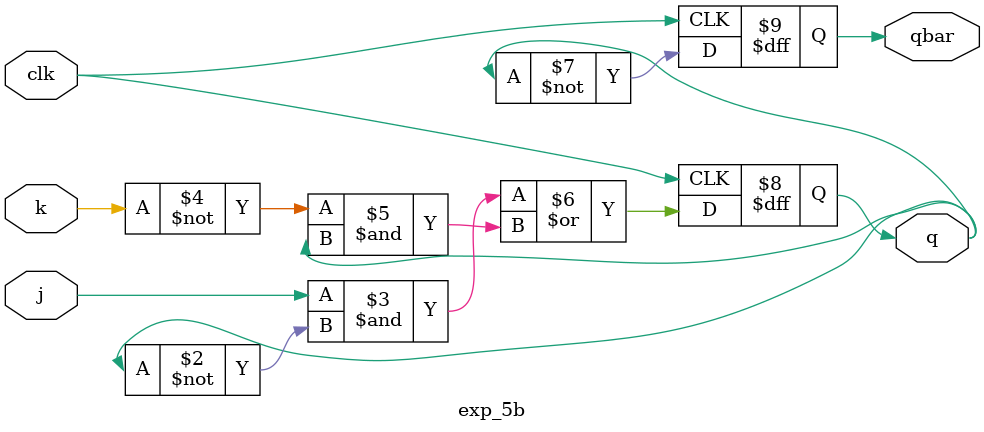
<source format=v>
module exp_5b(j,k,clk,q,qbar);
input j,k,clk;
output q,qbar;
reg q,qbar;
always @(posedge clk)
begin
q<=(j&~q)|(~k&q);
qbar<=~q;
end 
endmodule
</source>
